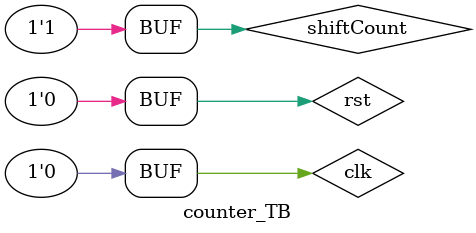
<source format=v>
`timescale 1ns/1ns

module controller(input start, clk, rst, output done, shiftCount, loadBin);
  wire countComplete;
  counter ourCounter(shiftCount, clk, rst, countComplete);
  combinational_part comb(start, countComplete, clk, rst, done, shiftCount, loadBin);
endmodule


module combinational_part(input start, countComplete, clk, rst, output done, shiftCount, loadBin);
  wire D1,D0,V1,V0;
  assign D1 = (V1&V0) | (~countComplete&V1) | (~start&V0);
  assign D0 = (~V1&V0) | (start &~V1);
  assign done = ~V1&~V0;
  assign shiftCount = V1&~V0;
  assign loadBin = V1&V0;
  
  D_type_flip_flop_with_rst flipFlop1(D0, rst, clk, V0);
  D_type_flip_flop_with_rst flipFlop2(D1, rst, clk, V1);
endmodule 
module comb_TB();
  reg start=1; 
  reg countComplete=0;
  reg rst=1;
  reg clk=0;
  wire done, shiftCount, loadBin;
  combinational_part uut1(start,countComplete,clk,rst,done,shiftCount,loadBin);
  initial repeat(170) #12 clk=~clk;
  initial begin
    #30 rst=0;
    #30 start=0;
    #60 start=1;
    #90 start=0;
  end
endmodule 


module counter(input shiftCount, clk, rst, output countComplete);
  reg[3:0] p;
  always @ ( posedge clk, posedge rst ) begin
    if(rst) p <= 4'b0;
    else
      if(shiftCount) p <= p+1;
      else p <= p;
  end
  assign countComplete = &{p,4'b1111};
endmodule
module counter_TB();
  reg shiftCount=0;
  reg rst=1;
  reg clk=0;
  wire countComplete;
  counter uut1(shiftCount, clk, rst, countComplete);
   initial repeat(170) #12 clk=~clk;
  initial begin
    #30 rst=0;
    #60 shiftCount=1;
  end  
endmodule 
</source>
